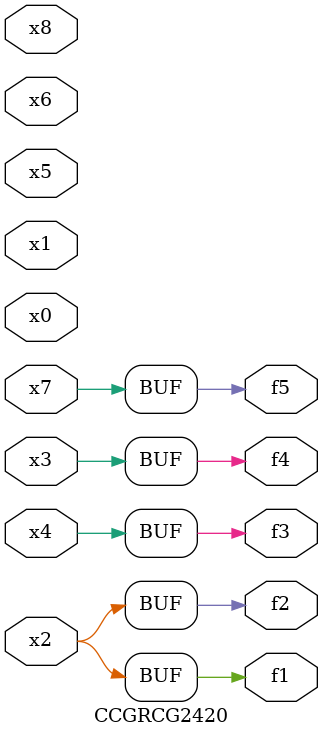
<source format=v>
module CCGRCG2420(
	input x0, x1, x2, x3, x4, x5, x6, x7, x8,
	output f1, f2, f3, f4, f5
);
	assign f1 = x2;
	assign f2 = x2;
	assign f3 = x4;
	assign f4 = x3;
	assign f5 = x7;
endmodule

</source>
